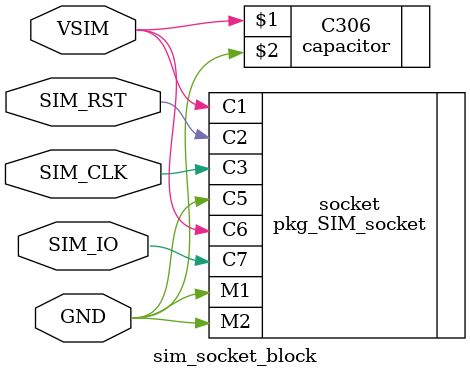
<source format=v>
/* This module encapsulates the SIM socket and any needed caps */

module sim_socket_block (GND, VSIM, SIM_CLK, SIM_RST, SIM_IO);

input GND, VSIM;
input SIM_CLK, SIM_RST;
inout SIM_IO;

pkg_SIM_socket socket (	.C1(VSIM),
			.C2(SIM_RST),
			.C3(SIM_CLK),
			.C5(GND),
			.C6(VSIM),
			.C7(SIM_IO),
			/* mounting pads */
			.M1(GND),
			.M2(GND)
		);

/* cap per Leonardo schematics */
capacitor C306 (VSIM, GND);

endmodule

</source>
